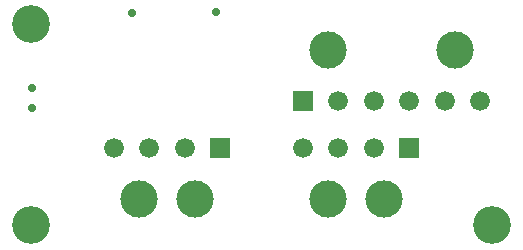
<source format=gbs>
G04*
G04 #@! TF.GenerationSoftware,Altium Limited,Altium Designer,21.9.2 (33)*
G04*
G04 Layer_Color=16711935*
%FSLAX25Y25*%
%MOIN*%
G70*
G04*
G04 #@! TF.SameCoordinates,6F936C73-BDDA-4E7B-AE90-99827B4021A3*
G04*
G04*
G04 #@! TF.FilePolarity,Negative*
G04*
G01*
G75*
%ADD23C,0.12411*%
%ADD24C,0.06584*%
%ADD25R,0.06584X0.06584*%
%ADD26C,0.12611*%
%ADD27C,0.02769*%
D23*
X150984Y68189D02*
D03*
X108858D02*
D03*
X64370Y18425D02*
D03*
X45866D02*
D03*
X127362D02*
D03*
X108858D02*
D03*
D24*
X159449Y51181D02*
D03*
X147638D02*
D03*
X135827D02*
D03*
X124016D02*
D03*
X112205D02*
D03*
X61024Y35433D02*
D03*
X49213D02*
D03*
X37402D02*
D03*
X124016D02*
D03*
X112205D02*
D03*
X100394D02*
D03*
D25*
X100394Y51181D02*
D03*
X72835Y35433D02*
D03*
X135827D02*
D03*
D26*
X163386Y9843D02*
D03*
X9843Y76772D02*
D03*
Y9843D02*
D03*
D27*
X10083Y49000D02*
D03*
X9988Y55500D02*
D03*
X71500Y81000D02*
D03*
X43500Y80500D02*
D03*
M02*

</source>
